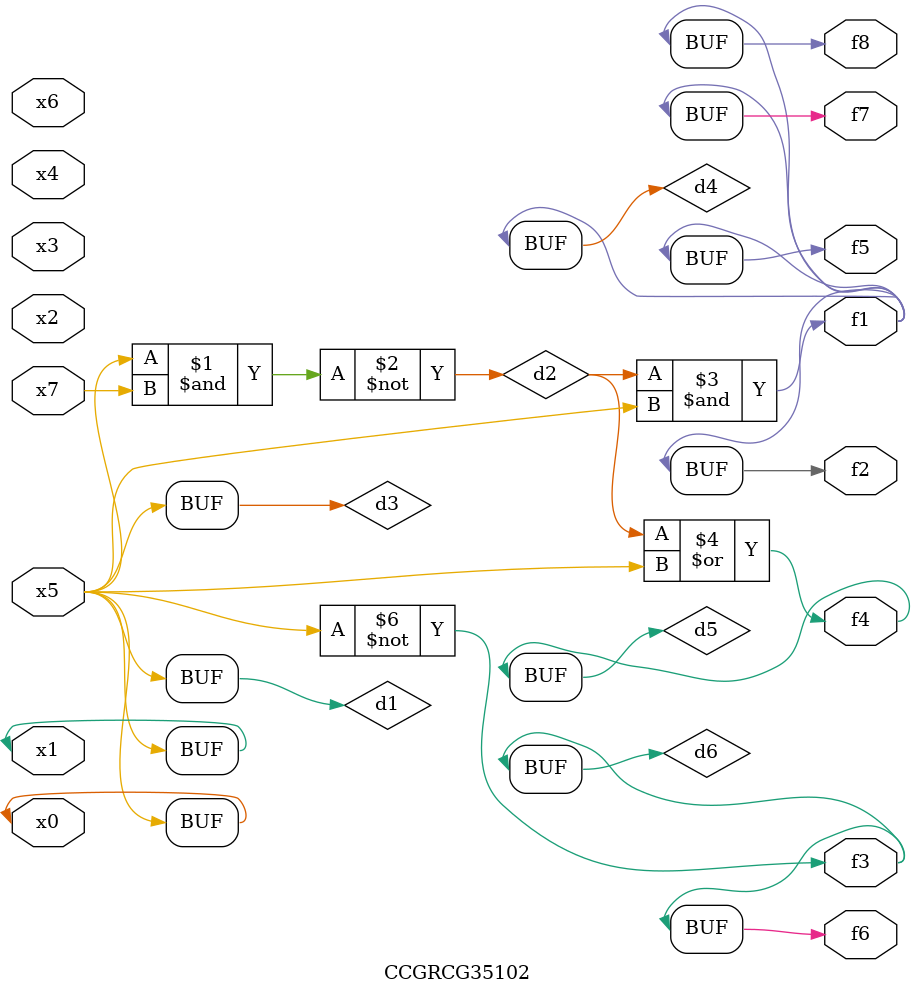
<source format=v>
module CCGRCG35102(
	input x0, x1, x2, x3, x4, x5, x6, x7,
	output f1, f2, f3, f4, f5, f6, f7, f8
);

	wire d1, d2, d3, d4, d5, d6;

	buf (d1, x0, x5);
	nand (d2, x5, x7);
	buf (d3, x0, x1);
	and (d4, d2, d3);
	or (d5, d2, d3);
	nor (d6, d1, d3);
	assign f1 = d4;
	assign f2 = d4;
	assign f3 = d6;
	assign f4 = d5;
	assign f5 = d4;
	assign f6 = d6;
	assign f7 = d4;
	assign f8 = d4;
endmodule

</source>
